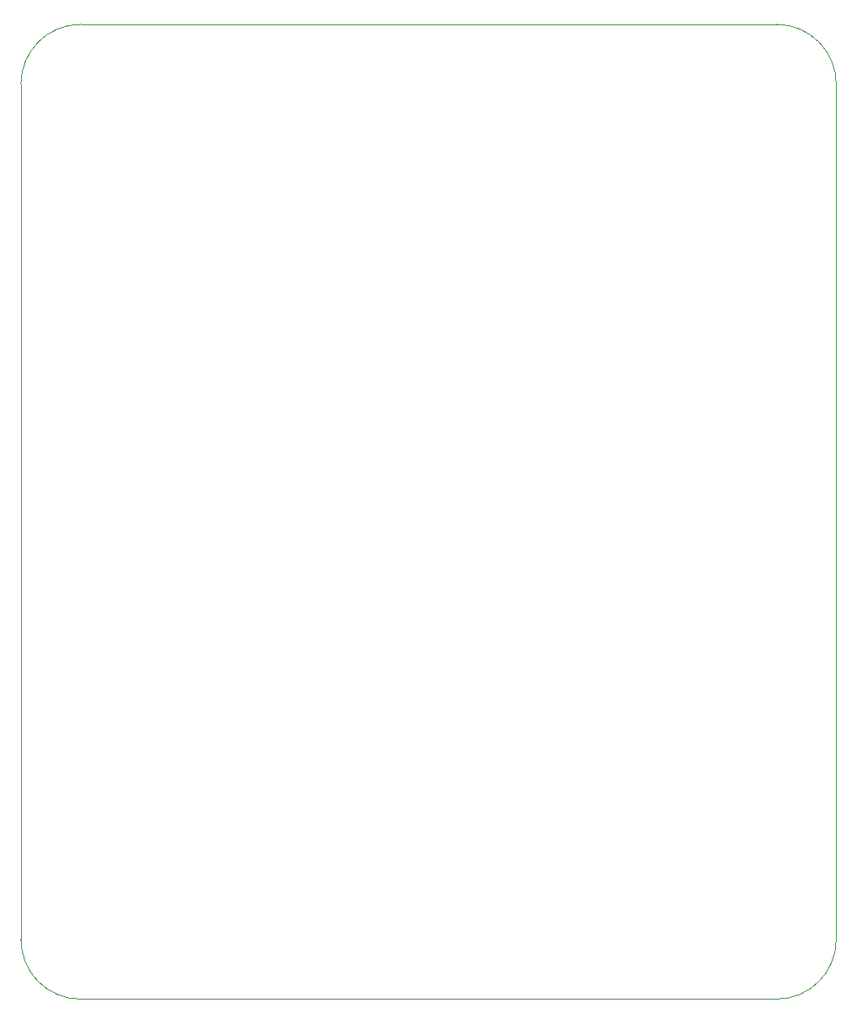
<source format=gbr>
%TF.GenerationSoftware,KiCad,Pcbnew,(6.0.9-0)*%
%TF.CreationDate,2022-12-28T10:48:57-05:00*%
%TF.ProjectId,6502_computer,36353032-5f63-46f6-9d70-757465722e6b,rev?*%
%TF.SameCoordinates,Original*%
%TF.FileFunction,Profile,NP*%
%FSLAX46Y46*%
G04 Gerber Fmt 4.6, Leading zero omitted, Abs format (unit mm)*
G04 Created by KiCad (PCBNEW (6.0.9-0)) date 2022-12-28 10:48:57*
%MOMM*%
%LPD*%
G01*
G04 APERTURE LIST*
%TA.AperFunction,Profile*%
%ADD10C,0.100000*%
%TD*%
G04 APERTURE END LIST*
D10*
X180000000Y-134000000D02*
X180003332Y-48000000D01*
X180003301Y-48000000D02*
G75*
G03*
X174000000Y-42000000I-6000001J0D01*
G01*
X104000000Y-42000000D02*
G75*
G03*
X98000000Y-48000000I0J-6000000D01*
G01*
X98000000Y-48000000D02*
X98000000Y-134000000D01*
X174000000Y-140000000D02*
G75*
G03*
X180000000Y-134000000I0J6000000D01*
G01*
X104000000Y-140000000D02*
X174000000Y-140000000D01*
X98000000Y-134000000D02*
G75*
G03*
X104000000Y-140000000I6000000J0D01*
G01*
X174000000Y-42000000D02*
X104000000Y-42000000D01*
M02*

</source>
